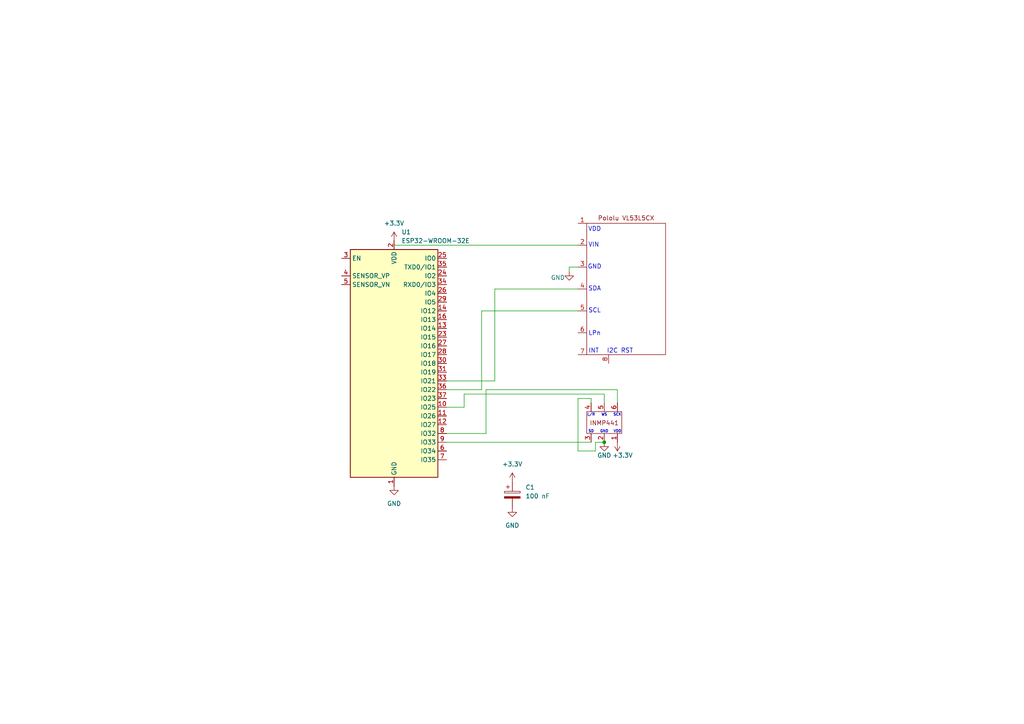
<source format=kicad_sch>
(kicad_sch
	(version 20250114)
	(generator "eeschema")
	(generator_version "9.0")
	(uuid "6ff4e673-4b85-43f3-b60a-7631d8c10cb0")
	(paper "A4")
	(lib_symbols
		(symbol "Device:C_Polarized"
			(pin_numbers
				(hide yes)
			)
			(pin_names
				(offset 0.254)
			)
			(exclude_from_sim no)
			(in_bom yes)
			(on_board yes)
			(property "Reference" "C"
				(at 0.635 2.54 0)
				(effects
					(font
						(size 1.27 1.27)
					)
					(justify left)
				)
			)
			(property "Value" "C_Polarized"
				(at 0.635 -2.54 0)
				(effects
					(font
						(size 1.27 1.27)
					)
					(justify left)
				)
			)
			(property "Footprint" ""
				(at 0.9652 -3.81 0)
				(effects
					(font
						(size 1.27 1.27)
					)
					(hide yes)
				)
			)
			(property "Datasheet" "~"
				(at 0 0 0)
				(effects
					(font
						(size 1.27 1.27)
					)
					(hide yes)
				)
			)
			(property "Description" "Polarized capacitor"
				(at 0 0 0)
				(effects
					(font
						(size 1.27 1.27)
					)
					(hide yes)
				)
			)
			(property "ki_keywords" "cap capacitor"
				(at 0 0 0)
				(effects
					(font
						(size 1.27 1.27)
					)
					(hide yes)
				)
			)
			(property "ki_fp_filters" "CP_*"
				(at 0 0 0)
				(effects
					(font
						(size 1.27 1.27)
					)
					(hide yes)
				)
			)
			(symbol "C_Polarized_0_1"
				(rectangle
					(start -2.286 0.508)
					(end 2.286 1.016)
					(stroke
						(width 0)
						(type default)
					)
					(fill
						(type none)
					)
				)
				(polyline
					(pts
						(xy -1.778 2.286) (xy -0.762 2.286)
					)
					(stroke
						(width 0)
						(type default)
					)
					(fill
						(type none)
					)
				)
				(polyline
					(pts
						(xy -1.27 2.794) (xy -1.27 1.778)
					)
					(stroke
						(width 0)
						(type default)
					)
					(fill
						(type none)
					)
				)
				(rectangle
					(start 2.286 -0.508)
					(end -2.286 -1.016)
					(stroke
						(width 0)
						(type default)
					)
					(fill
						(type outline)
					)
				)
			)
			(symbol "C_Polarized_1_1"
				(pin passive line
					(at 0 3.81 270)
					(length 2.794)
					(name "~"
						(effects
							(font
								(size 1.27 1.27)
							)
						)
					)
					(number "1"
						(effects
							(font
								(size 1.27 1.27)
							)
						)
					)
				)
				(pin passive line
					(at 0 -3.81 90)
					(length 2.794)
					(name "~"
						(effects
							(font
								(size 1.27 1.27)
							)
						)
					)
					(number "2"
						(effects
							(font
								(size 1.27 1.27)
							)
						)
					)
				)
			)
			(embedded_fonts no)
		)
		(symbol "New_Library:INMP441"
			(pin_names
				(offset 0.0254)
			)
			(exclude_from_sim no)
			(in_bom yes)
			(on_board yes)
			(property "Reference" "MK"
				(at -3.81 1.27 0)
				(effects
					(font
						(size 1.27 1.27)
					)
					(justify right)
					(hide yes)
				)
			)
			(property "Value" "INMP441"
				(at -3.81 -0.635 0)
				(effects
					(font
						(size 1.27 1.27)
					)
					(justify right)
					(hide yes)
				)
			)
			(property "Footprint" ""
				(at 0 2.54 90)
				(effects
					(font
						(size 1.27 1.27)
					)
					(hide yes)
				)
			)
			(property "Datasheet" "~"
				(at 0 2.54 90)
				(effects
					(font
						(size 1.27 1.27)
					)
					(hide yes)
				)
			)
			(property "Description" "Microphone"
				(at 0 0 0)
				(effects
					(font
						(size 1.27 1.27)
					)
					(hide yes)
				)
			)
			(property "ki_keywords" "microphone"
				(at 0 0 0)
				(effects
					(font
						(size 1.27 1.27)
					)
					(hide yes)
				)
			)
			(symbol "INMP441_0_1"
				(rectangle
					(start 10.16 -3.81)
					(end 20.32 -10.16)
					(stroke
						(width 0)
						(type default)
					)
					(fill
						(type none)
					)
				)
			)
			(symbol "INMP441_1_1"
				(text "INMP441"
					(at 15.24 -7.112 0)
					(effects
						(font
							(size 1.27 1.27)
						)
					)
				)
				(pin bidirectional line
					(at 11.43 -1.27 270)
					(length 2.54)
					(name "L/R"
						(effects
							(font
								(size 0 0)
							)
						)
					)
					(number "4"
						(effects
							(font
								(size 1.27 1.27)
							)
						)
					)
				)
				(pin output line
					(at 11.43 -12.7 90)
					(length 2.54)
					(name "SD"
						(effects
							(font
								(size 0 0)
							)
						)
					)
					(number "3"
						(effects
							(font
								(size 1.27 1.27)
							)
						)
					)
				)
				(pin bidirectional line
					(at 15.24 -1.27 270)
					(length 2.54)
					(name "WS"
						(effects
							(font
								(size 0 0)
							)
						)
					)
					(number "5"
						(effects
							(font
								(size 1.27 1.27)
							)
						)
					)
				)
				(pin unspecified line
					(at 15.24 -12.7 90)
					(length 2.54)
					(name "Gnd"
						(effects
							(font
								(size 0 0)
							)
						)
					)
					(number "2"
						(effects
							(font
								(size 1.27 1.27)
							)
						)
					)
				)
				(pin bidirectional line
					(at 19.05 -1.27 270)
					(length 2.54)
					(name "SCK"
						(effects
							(font
								(size 0 0)
							)
						)
					)
					(number "6"
						(effects
							(font
								(size 1.27 1.27)
							)
						)
					)
				)
				(pin power_in line
					(at 19.05 -12.7 90)
					(length 2.54)
					(name "Vin"
						(effects
							(font
								(size 0 0)
							)
						)
					)
					(number "1"
						(effects
							(font
								(size 1.27 1.27)
							)
						)
					)
				)
			)
			(embedded_fonts no)
		)
		(symbol "New_Library:VL53L5CX"
			(pin_names
				(offset 0.0254)
			)
			(exclude_from_sim no)
			(in_bom yes)
			(on_board yes)
			(property "Reference" "MK"
				(at -3.81 1.27 0)
				(effects
					(font
						(size 1.27 1.27)
					)
					(justify right)
					(hide yes)
				)
			)
			(property "Value" "Microphone"
				(at -3.81 -0.635 0)
				(effects
					(font
						(size 1.27 1.27)
					)
					(justify right)
					(hide yes)
				)
			)
			(property "Footprint" ""
				(at 0 2.54 90)
				(effects
					(font
						(size 1.27 1.27)
					)
					(hide yes)
				)
			)
			(property "Datasheet" "~"
				(at 0 2.54 90)
				(effects
					(font
						(size 1.27 1.27)
					)
					(hide yes)
				)
			)
			(property "Description" "Microphone"
				(at 0 0 0)
				(effects
					(font
						(size 1.27 1.27)
					)
					(hide yes)
				)
			)
			(property "ki_keywords" "LiDAR"
				(at 0 0 0)
				(effects
					(font
						(size 1.27 1.27)
					)
					(hide yes)
				)
			)
			(symbol "VL53L5CX_0_1"
				(rectangle
					(start 15.24 10.16)
					(end 38.1 -27.94)
					(stroke
						(width 0)
						(type default)
					)
					(fill
						(type none)
					)
				)
			)
			(symbol "VL53L5CX_1_1"
				(text "Pololu VL53L5CX"
					(at 26.67 11.684 0)
					(effects
						(font
							(size 1.27 1.27)
						)
					)
				)
				(pin power_out line
					(at 12.7 10.16 0)
					(length 2.54)
					(name "VDD"
						(effects
							(font
								(size 0 0)
							)
						)
					)
					(number "1"
						(effects
							(font
								(size 1.27 1.27)
							)
						)
					)
				)
				(pin power_in line
					(at 12.7 3.81 0)
					(length 2.54)
					(name "VIN"
						(effects
							(font
								(size 0 0)
							)
						)
					)
					(number "2"
						(effects
							(font
								(size 1.27 1.27)
							)
						)
					)
				)
				(pin unspecified line
					(at 12.7 -2.54 0)
					(length 2.54)
					(name "GND"
						(effects
							(font
								(size 0 0)
							)
						)
					)
					(number "3"
						(effects
							(font
								(size 1.27 1.27)
							)
						)
					)
				)
				(pin bidirectional line
					(at 12.7 -8.89 0)
					(length 2.54)
					(name "SDA"
						(effects
							(font
								(size 0 0)
							)
						)
					)
					(number "4"
						(effects
							(font
								(size 1.27 1.27)
							)
						)
					)
				)
				(pin bidirectional line
					(at 12.7 -15.24 0)
					(length 2.54)
					(name "SCL"
						(effects
							(font
								(size 0 0)
							)
						)
					)
					(number "5"
						(effects
							(font
								(size 1.27 1.27)
							)
						)
					)
				)
				(pin input line
					(at 12.7 -21.59 0)
					(length 2.54)
					(name "LPn"
						(effects
							(font
								(size 0 0)
							)
						)
					)
					(number "6"
						(effects
							(font
								(size 1.27 1.27)
							)
						)
					)
				)
				(pin input line
					(at 12.7 -27.94 0)
					(length 2.54)
					(name "INT"
						(effects
							(font
								(size 0 0)
							)
						)
					)
					(number "7"
						(effects
							(font
								(size 1.27 1.27)
							)
						)
					)
				)
				(pin input line
					(at 21.59 -30.48 90)
					(length 2.54)
					(name "I2C_RST"
						(effects
							(font
								(size 0 0)
							)
						)
					)
					(number "8"
						(effects
							(font
								(size 1.27 1.27)
							)
						)
					)
				)
			)
			(embedded_fonts no)
		)
		(symbol "RF_Module:ESP32-WROOM-32E"
			(exclude_from_sim no)
			(in_bom yes)
			(on_board yes)
			(property "Reference" "U"
				(at -12.7 34.29 0)
				(effects
					(font
						(size 1.27 1.27)
					)
					(justify left)
				)
			)
			(property "Value" "ESP32-WROOM-32E"
				(at 1.27 34.29 0)
				(effects
					(font
						(size 1.27 1.27)
					)
					(justify left)
				)
			)
			(property "Footprint" "RF_Module:ESP32-WROOM-32D"
				(at 16.51 -34.29 0)
				(effects
					(font
						(size 1.27 1.27)
					)
					(hide yes)
				)
			)
			(property "Datasheet" "https://www.espressif.com/sites/default/files/documentation/esp32-wroom-32e_esp32-wroom-32ue_datasheet_en.pdf"
				(at 0 0 0)
				(effects
					(font
						(size 1.27 1.27)
					)
					(hide yes)
				)
			)
			(property "Description" "RF Module, ESP32-D0WD-V3 SoC, without PSRAM, Wi-Fi 802.11b/g/n, Bluetooth, BLE, 32-bit, 2.7-3.6V, onboard antenna, SMD"
				(at 0 0 0)
				(effects
					(font
						(size 1.27 1.27)
					)
					(hide yes)
				)
			)
			(property "ki_keywords" "RF Radio BT ESP ESP32 Espressif onboard PCB antenna"
				(at 0 0 0)
				(effects
					(font
						(size 1.27 1.27)
					)
					(hide yes)
				)
			)
			(property "ki_fp_filters" "ESP32?WROOM?32D*"
				(at 0 0 0)
				(effects
					(font
						(size 1.27 1.27)
					)
					(hide yes)
				)
			)
			(symbol "ESP32-WROOM-32E_0_1"
				(rectangle
					(start -12.7 33.02)
					(end 12.7 -33.02)
					(stroke
						(width 0.254)
						(type default)
					)
					(fill
						(type background)
					)
				)
			)
			(symbol "ESP32-WROOM-32E_1_1"
				(pin input line
					(at -15.24 30.48 0)
					(length 2.54)
					(name "EN"
						(effects
							(font
								(size 1.27 1.27)
							)
						)
					)
					(number "3"
						(effects
							(font
								(size 1.27 1.27)
							)
						)
					)
				)
				(pin input line
					(at -15.24 25.4 0)
					(length 2.54)
					(name "SENSOR_VP"
						(effects
							(font
								(size 1.27 1.27)
							)
						)
					)
					(number "4"
						(effects
							(font
								(size 1.27 1.27)
							)
						)
					)
				)
				(pin input line
					(at -15.24 22.86 0)
					(length 2.54)
					(name "SENSOR_VN"
						(effects
							(font
								(size 1.27 1.27)
							)
						)
					)
					(number "5"
						(effects
							(font
								(size 1.27 1.27)
							)
						)
					)
				)
				(pin no_connect line
					(at -12.7 0 0)
					(length 2.54)
					(hide yes)
					(name "NC"
						(effects
							(font
								(size 1.27 1.27)
							)
						)
					)
					(number "21"
						(effects
							(font
								(size 1.27 1.27)
							)
						)
					)
				)
				(pin no_connect line
					(at -12.7 -2.54 0)
					(length 2.54)
					(hide yes)
					(name "NC"
						(effects
							(font
								(size 1.27 1.27)
							)
						)
					)
					(number "22"
						(effects
							(font
								(size 1.27 1.27)
							)
						)
					)
				)
				(pin no_connect line
					(at -12.7 -5.08 0)
					(length 2.54)
					(hide yes)
					(name "NC"
						(effects
							(font
								(size 1.27 1.27)
							)
						)
					)
					(number "17"
						(effects
							(font
								(size 1.27 1.27)
							)
						)
					)
				)
				(pin no_connect line
					(at -12.7 -7.62 0)
					(length 2.54)
					(hide yes)
					(name "NC"
						(effects
							(font
								(size 1.27 1.27)
							)
						)
					)
					(number "18"
						(effects
							(font
								(size 1.27 1.27)
							)
						)
					)
				)
				(pin no_connect line
					(at -12.7 -10.16 0)
					(length 2.54)
					(hide yes)
					(name "NC"
						(effects
							(font
								(size 1.27 1.27)
							)
						)
					)
					(number "20"
						(effects
							(font
								(size 1.27 1.27)
							)
						)
					)
				)
				(pin no_connect line
					(at -12.7 -12.7 0)
					(length 2.54)
					(hide yes)
					(name "NC"
						(effects
							(font
								(size 1.27 1.27)
							)
						)
					)
					(number "19"
						(effects
							(font
								(size 1.27 1.27)
							)
						)
					)
				)
				(pin no_connect line
					(at -12.7 -27.94 0)
					(length 2.54)
					(hide yes)
					(name "NC"
						(effects
							(font
								(size 1.27 1.27)
							)
						)
					)
					(number "32"
						(effects
							(font
								(size 1.27 1.27)
							)
						)
					)
				)
				(pin power_in line
					(at 0 35.56 270)
					(length 2.54)
					(name "VDD"
						(effects
							(font
								(size 1.27 1.27)
							)
						)
					)
					(number "2"
						(effects
							(font
								(size 1.27 1.27)
							)
						)
					)
				)
				(pin power_in line
					(at 0 -35.56 90)
					(length 2.54)
					(name "GND"
						(effects
							(font
								(size 1.27 1.27)
							)
						)
					)
					(number "1"
						(effects
							(font
								(size 1.27 1.27)
							)
						)
					)
				)
				(pin passive line
					(at 0 -35.56 90)
					(length 2.54)
					(hide yes)
					(name "GND"
						(effects
							(font
								(size 1.27 1.27)
							)
						)
					)
					(number "15"
						(effects
							(font
								(size 1.27 1.27)
							)
						)
					)
				)
				(pin passive line
					(at 0 -35.56 90)
					(length 2.54)
					(hide yes)
					(name "GND"
						(effects
							(font
								(size 1.27 1.27)
							)
						)
					)
					(number "38"
						(effects
							(font
								(size 1.27 1.27)
							)
						)
					)
				)
				(pin passive line
					(at 0 -35.56 90)
					(length 2.54)
					(hide yes)
					(name "GND"
						(effects
							(font
								(size 1.27 1.27)
							)
						)
					)
					(number "39"
						(effects
							(font
								(size 1.27 1.27)
							)
						)
					)
				)
				(pin bidirectional line
					(at 15.24 30.48 180)
					(length 2.54)
					(name "IO0"
						(effects
							(font
								(size 1.27 1.27)
							)
						)
					)
					(number "25"
						(effects
							(font
								(size 1.27 1.27)
							)
						)
					)
				)
				(pin bidirectional line
					(at 15.24 27.94 180)
					(length 2.54)
					(name "TXD0/IO1"
						(effects
							(font
								(size 1.27 1.27)
							)
						)
					)
					(number "35"
						(effects
							(font
								(size 1.27 1.27)
							)
						)
					)
				)
				(pin bidirectional line
					(at 15.24 25.4 180)
					(length 2.54)
					(name "IO2"
						(effects
							(font
								(size 1.27 1.27)
							)
						)
					)
					(number "24"
						(effects
							(font
								(size 1.27 1.27)
							)
						)
					)
				)
				(pin bidirectional line
					(at 15.24 22.86 180)
					(length 2.54)
					(name "RXD0/IO3"
						(effects
							(font
								(size 1.27 1.27)
							)
						)
					)
					(number "34"
						(effects
							(font
								(size 1.27 1.27)
							)
						)
					)
				)
				(pin bidirectional line
					(at 15.24 20.32 180)
					(length 2.54)
					(name "IO4"
						(effects
							(font
								(size 1.27 1.27)
							)
						)
					)
					(number "26"
						(effects
							(font
								(size 1.27 1.27)
							)
						)
					)
				)
				(pin bidirectional line
					(at 15.24 17.78 180)
					(length 2.54)
					(name "IO5"
						(effects
							(font
								(size 1.27 1.27)
							)
						)
					)
					(number "29"
						(effects
							(font
								(size 1.27 1.27)
							)
						)
					)
				)
				(pin bidirectional line
					(at 15.24 15.24 180)
					(length 2.54)
					(name "IO12"
						(effects
							(font
								(size 1.27 1.27)
							)
						)
					)
					(number "14"
						(effects
							(font
								(size 1.27 1.27)
							)
						)
					)
				)
				(pin bidirectional line
					(at 15.24 12.7 180)
					(length 2.54)
					(name "IO13"
						(effects
							(font
								(size 1.27 1.27)
							)
						)
					)
					(number "16"
						(effects
							(font
								(size 1.27 1.27)
							)
						)
					)
				)
				(pin bidirectional line
					(at 15.24 10.16 180)
					(length 2.54)
					(name "IO14"
						(effects
							(font
								(size 1.27 1.27)
							)
						)
					)
					(number "13"
						(effects
							(font
								(size 1.27 1.27)
							)
						)
					)
				)
				(pin bidirectional line
					(at 15.24 7.62 180)
					(length 2.54)
					(name "IO15"
						(effects
							(font
								(size 1.27 1.27)
							)
						)
					)
					(number "23"
						(effects
							(font
								(size 1.27 1.27)
							)
						)
					)
				)
				(pin bidirectional line
					(at 15.24 5.08 180)
					(length 2.54)
					(name "IO16"
						(effects
							(font
								(size 1.27 1.27)
							)
						)
					)
					(number "27"
						(effects
							(font
								(size 1.27 1.27)
							)
						)
					)
				)
				(pin bidirectional line
					(at 15.24 2.54 180)
					(length 2.54)
					(name "IO17"
						(effects
							(font
								(size 1.27 1.27)
							)
						)
					)
					(number "28"
						(effects
							(font
								(size 1.27 1.27)
							)
						)
					)
				)
				(pin bidirectional line
					(at 15.24 0 180)
					(length 2.54)
					(name "IO18"
						(effects
							(font
								(size 1.27 1.27)
							)
						)
					)
					(number "30"
						(effects
							(font
								(size 1.27 1.27)
							)
						)
					)
				)
				(pin bidirectional line
					(at 15.24 -2.54 180)
					(length 2.54)
					(name "IO19"
						(effects
							(font
								(size 1.27 1.27)
							)
						)
					)
					(number "31"
						(effects
							(font
								(size 1.27 1.27)
							)
						)
					)
				)
				(pin bidirectional line
					(at 15.24 -5.08 180)
					(length 2.54)
					(name "IO21"
						(effects
							(font
								(size 1.27 1.27)
							)
						)
					)
					(number "33"
						(effects
							(font
								(size 1.27 1.27)
							)
						)
					)
				)
				(pin bidirectional line
					(at 15.24 -7.62 180)
					(length 2.54)
					(name "IO22"
						(effects
							(font
								(size 1.27 1.27)
							)
						)
					)
					(number "36"
						(effects
							(font
								(size 1.27 1.27)
							)
						)
					)
				)
				(pin bidirectional line
					(at 15.24 -10.16 180)
					(length 2.54)
					(name "IO23"
						(effects
							(font
								(size 1.27 1.27)
							)
						)
					)
					(number "37"
						(effects
							(font
								(size 1.27 1.27)
							)
						)
					)
				)
				(pin bidirectional line
					(at 15.24 -12.7 180)
					(length 2.54)
					(name "IO25"
						(effects
							(font
								(size 1.27 1.27)
							)
						)
					)
					(number "10"
						(effects
							(font
								(size 1.27 1.27)
							)
						)
					)
				)
				(pin bidirectional line
					(at 15.24 -15.24 180)
					(length 2.54)
					(name "IO26"
						(effects
							(font
								(size 1.27 1.27)
							)
						)
					)
					(number "11"
						(effects
							(font
								(size 1.27 1.27)
							)
						)
					)
				)
				(pin bidirectional line
					(at 15.24 -17.78 180)
					(length 2.54)
					(name "IO27"
						(effects
							(font
								(size 1.27 1.27)
							)
						)
					)
					(number "12"
						(effects
							(font
								(size 1.27 1.27)
							)
						)
					)
				)
				(pin bidirectional line
					(at 15.24 -20.32 180)
					(length 2.54)
					(name "IO32"
						(effects
							(font
								(size 1.27 1.27)
							)
						)
					)
					(number "8"
						(effects
							(font
								(size 1.27 1.27)
							)
						)
					)
				)
				(pin bidirectional line
					(at 15.24 -22.86 180)
					(length 2.54)
					(name "IO33"
						(effects
							(font
								(size 1.27 1.27)
							)
						)
					)
					(number "9"
						(effects
							(font
								(size 1.27 1.27)
							)
						)
					)
				)
				(pin input line
					(at 15.24 -25.4 180)
					(length 2.54)
					(name "IO34"
						(effects
							(font
								(size 1.27 1.27)
							)
						)
					)
					(number "6"
						(effects
							(font
								(size 1.27 1.27)
							)
						)
					)
				)
				(pin input line
					(at 15.24 -27.94 180)
					(length 2.54)
					(name "IO35"
						(effects
							(font
								(size 1.27 1.27)
							)
						)
					)
					(number "7"
						(effects
							(font
								(size 1.27 1.27)
							)
						)
					)
				)
			)
			(embedded_fonts no)
		)
		(symbol "power:+3.3V"
			(power)
			(pin_numbers
				(hide yes)
			)
			(pin_names
				(offset 0)
				(hide yes)
			)
			(exclude_from_sim no)
			(in_bom yes)
			(on_board yes)
			(property "Reference" "#PWR"
				(at 0 -3.81 0)
				(effects
					(font
						(size 1.27 1.27)
					)
					(hide yes)
				)
			)
			(property "Value" "+3.3V"
				(at 0 3.556 0)
				(effects
					(font
						(size 1.27 1.27)
					)
				)
			)
			(property "Footprint" ""
				(at 0 0 0)
				(effects
					(font
						(size 1.27 1.27)
					)
					(hide yes)
				)
			)
			(property "Datasheet" ""
				(at 0 0 0)
				(effects
					(font
						(size 1.27 1.27)
					)
					(hide yes)
				)
			)
			(property "Description" "Power symbol creates a global label with name \"+3.3V\""
				(at 0 0 0)
				(effects
					(font
						(size 1.27 1.27)
					)
					(hide yes)
				)
			)
			(property "ki_keywords" "global power"
				(at 0 0 0)
				(effects
					(font
						(size 1.27 1.27)
					)
					(hide yes)
				)
			)
			(symbol "+3.3V_0_1"
				(polyline
					(pts
						(xy -0.762 1.27) (xy 0 2.54)
					)
					(stroke
						(width 0)
						(type default)
					)
					(fill
						(type none)
					)
				)
				(polyline
					(pts
						(xy 0 2.54) (xy 0.762 1.27)
					)
					(stroke
						(width 0)
						(type default)
					)
					(fill
						(type none)
					)
				)
				(polyline
					(pts
						(xy 0 0) (xy 0 2.54)
					)
					(stroke
						(width 0)
						(type default)
					)
					(fill
						(type none)
					)
				)
			)
			(symbol "+3.3V_1_1"
				(pin power_in line
					(at 0 0 90)
					(length 0)
					(name "~"
						(effects
							(font
								(size 1.27 1.27)
							)
						)
					)
					(number "1"
						(effects
							(font
								(size 1.27 1.27)
							)
						)
					)
				)
			)
			(embedded_fonts no)
		)
		(symbol "power:GND"
			(power)
			(pin_numbers
				(hide yes)
			)
			(pin_names
				(offset 0)
				(hide yes)
			)
			(exclude_from_sim no)
			(in_bom yes)
			(on_board yes)
			(property "Reference" "#PWR"
				(at 0 -6.35 0)
				(effects
					(font
						(size 1.27 1.27)
					)
					(hide yes)
				)
			)
			(property "Value" "GND"
				(at 0 -3.81 0)
				(effects
					(font
						(size 1.27 1.27)
					)
				)
			)
			(property "Footprint" ""
				(at 0 0 0)
				(effects
					(font
						(size 1.27 1.27)
					)
					(hide yes)
				)
			)
			(property "Datasheet" ""
				(at 0 0 0)
				(effects
					(font
						(size 1.27 1.27)
					)
					(hide yes)
				)
			)
			(property "Description" "Power symbol creates a global label with name \"GND\" , ground"
				(at 0 0 0)
				(effects
					(font
						(size 1.27 1.27)
					)
					(hide yes)
				)
			)
			(property "ki_keywords" "global power"
				(at 0 0 0)
				(effects
					(font
						(size 1.27 1.27)
					)
					(hide yes)
				)
			)
			(symbol "GND_0_1"
				(polyline
					(pts
						(xy 0 0) (xy 0 -1.27) (xy 1.27 -1.27) (xy 0 -2.54) (xy -1.27 -1.27) (xy 0 -1.27)
					)
					(stroke
						(width 0)
						(type default)
					)
					(fill
						(type none)
					)
				)
			)
			(symbol "GND_1_1"
				(pin power_in line
					(at 0 0 270)
					(length 0)
					(name "~"
						(effects
							(font
								(size 1.27 1.27)
							)
						)
					)
					(number "1"
						(effects
							(font
								(size 1.27 1.27)
							)
						)
					)
				)
			)
			(embedded_fonts no)
		)
	)
	(text "WS"
		(exclude_from_sim no)
		(at 175.26 120.396 0)
		(effects
			(font
				(size 0.762 0.762)
			)
		)
		(uuid "1f79304e-dc23-4ad8-8537-f28581325aa7")
	)
	(text "VDD"
		(exclude_from_sim no)
		(at 179.07 125.222 0)
		(effects
			(font
				(size 0.762 0.762)
			)
		)
		(uuid "25a5706d-648d-4b80-ae21-73370fc52132")
	)
	(text "SCK"
		(exclude_from_sim no)
		(at 179.07 120.396 0)
		(effects
			(font
				(size 0.762 0.762)
			)
		)
		(uuid "2eba6a60-61f9-4187-b4be-6ef0e5f6d10d")
	)
	(text "SD"
		(exclude_from_sim no)
		(at 171.45 125.222 0)
		(effects
			(font
				(size 0.762 0.762)
			)
		)
		(uuid "35f97787-7e89-4e9f-85d6-edda0b51e912")
	)
	(text "GND\n"
		(exclude_from_sim no)
		(at 172.466 77.47 0)
		(effects
			(font
				(size 1.27 1.27)
			)
		)
		(uuid "5168fb47-b370-41a7-ab88-3d33d411206e")
	)
	(text "SDA"
		(exclude_from_sim no)
		(at 172.466 83.82 0)
		(effects
			(font
				(size 1.27 1.27)
			)
		)
		(uuid "6f29ca69-ad15-455f-96b1-46772f0f90e3")
	)
	(text "I2C RST"
		(exclude_from_sim no)
		(at 179.832 101.854 0)
		(effects
			(font
				(size 1.27 1.27)
			)
		)
		(uuid "741905eb-c5d1-4601-9b5e-da7169e67521")
	)
	(text "LPn"
		(exclude_from_sim no)
		(at 172.466 96.774 0)
		(effects
			(font
				(size 1.27 1.27)
			)
		)
		(uuid "7b8d5a66-0206-4402-b830-c094e00f6e28")
	)
	(text "INT"
		(exclude_from_sim no)
		(at 172.212 101.854 0)
		(effects
			(font
				(size 1.27 1.27)
			)
		)
		(uuid "9cdb8f6b-fc84-406a-a32a-73424afcd643")
	)
	(text "GND"
		(exclude_from_sim no)
		(at 175.26 125.222 0)
		(effects
			(font
				(size 0.762 0.762)
			)
		)
		(uuid "bda4e649-6a77-4032-8a3d-80ffb9110fda")
	)
	(text "L/R"
		(exclude_from_sim no)
		(at 171.45 120.396 0)
		(effects
			(font
				(size 0.762 0.762)
			)
		)
		(uuid "c6ffcfb1-b414-4005-8161-1d75ace01316")
	)
	(text "SCL"
		(exclude_from_sim no)
		(at 172.466 90.17 0)
		(effects
			(font
				(size 1.27 1.27)
			)
		)
		(uuid "cd8c00b9-7406-47e7-bf49-a006d0d1ad05")
	)
	(text "VIN"
		(exclude_from_sim no)
		(at 172.212 71.12 0)
		(effects
			(font
				(size 1.27 1.27)
			)
		)
		(uuid "e860fb16-1adb-407f-948e-3f7784120724")
	)
	(text "VDD"
		(exclude_from_sim no)
		(at 172.466 66.548 0)
		(effects
			(font
				(size 1.27 1.27)
			)
		)
		(uuid "e98e9847-c81e-4a4a-8b0b-500910e66e19")
	)
	(junction
		(at 175.26 128.27)
		(diameter 0)
		(color 0 0 0 0)
		(uuid "ec86251c-2f7a-4764-aa35-de91330c0ded")
	)
	(wire
		(pts
			(xy 175.26 114.3) (xy 134.62 114.3)
		)
		(stroke
			(width 0)
			(type default)
		)
		(uuid "00e90771-ee7c-4b11-b13c-52585f0f0fd9")
	)
	(wire
		(pts
			(xy 179.07 116.84) (xy 179.07 113.03)
		)
		(stroke
			(width 0)
			(type default)
		)
		(uuid "08f8c27d-3cd2-4147-9543-c5282cb31d79")
	)
	(wire
		(pts
			(xy 134.62 114.3) (xy 134.62 118.11)
		)
		(stroke
			(width 0)
			(type default)
		)
		(uuid "0b719992-8c42-458d-9ca3-f2595ae723cd")
	)
	(wire
		(pts
			(xy 175.26 116.84) (xy 175.26 114.3)
		)
		(stroke
			(width 0)
			(type default)
		)
		(uuid "2055b0fa-2139-486e-be5c-1d16515f8b87")
	)
	(wire
		(pts
			(xy 172.72 128.27) (xy 172.72 130.81)
		)
		(stroke
			(width 0)
			(type default)
		)
		(uuid "2c7932be-3375-474a-8d85-cd40268e2cc3")
	)
	(wire
		(pts
			(xy 165.1 77.47) (xy 165.1 78.74)
		)
		(stroke
			(width 0)
			(type default)
		)
		(uuid "4ec81995-990b-48b3-85f7-412be88efc00")
	)
	(wire
		(pts
			(xy 143.51 110.49) (xy 143.51 83.82)
		)
		(stroke
			(width 0)
			(type default)
		)
		(uuid "561d4027-56d8-4c0c-a692-4f59c326f278")
	)
	(wire
		(pts
			(xy 175.26 128.27) (xy 172.72 128.27)
		)
		(stroke
			(width 0)
			(type default)
		)
		(uuid "6fc3a9d9-8bd2-4ce7-8552-a22fffe3a692")
	)
	(wire
		(pts
			(xy 167.64 115.57) (xy 171.45 115.57)
		)
		(stroke
			(width 0)
			(type default)
		)
		(uuid "70a6d385-912f-4509-860f-95b19db3e846")
	)
	(wire
		(pts
			(xy 129.54 128.27) (xy 171.45 128.27)
		)
		(stroke
			(width 0)
			(type default)
		)
		(uuid "75a69960-a7ce-4f7a-8fc4-67be73ac2853")
	)
	(wire
		(pts
			(xy 171.45 115.57) (xy 171.45 116.84)
		)
		(stroke
			(width 0)
			(type default)
		)
		(uuid "855f9814-bb91-4e2d-904a-8d49a4411628")
	)
	(wire
		(pts
			(xy 139.7 90.17) (xy 167.64 90.17)
		)
		(stroke
			(width 0)
			(type default)
		)
		(uuid "8e0ec512-4729-4b51-ac92-c3763bf8f4db")
	)
	(wire
		(pts
			(xy 129.54 113.03) (xy 139.7 113.03)
		)
		(stroke
			(width 0)
			(type default)
		)
		(uuid "8f0a3d69-2d7c-41fd-be85-3ca9e6984225")
	)
	(wire
		(pts
			(xy 129.54 118.11) (xy 134.62 118.11)
		)
		(stroke
			(width 0)
			(type default)
		)
		(uuid "8fcc3b8b-e39a-4702-b612-8b6fe64a6f5d")
	)
	(wire
		(pts
			(xy 129.54 110.49) (xy 143.51 110.49)
		)
		(stroke
			(width 0)
			(type default)
		)
		(uuid "98d4ddca-2bdd-45c0-ba00-456c33e3bec8")
	)
	(wire
		(pts
			(xy 140.97 113.03) (xy 140.97 125.73)
		)
		(stroke
			(width 0)
			(type default)
		)
		(uuid "ad335d9a-5b2b-44f7-a91e-b2b6ed553c29")
	)
	(wire
		(pts
			(xy 179.07 113.03) (xy 140.97 113.03)
		)
		(stroke
			(width 0)
			(type default)
		)
		(uuid "af8f7fd5-fd6d-4c6e-b98e-eee3a0a6faff")
	)
	(wire
		(pts
			(xy 172.72 130.81) (xy 167.64 130.81)
		)
		(stroke
			(width 0)
			(type default)
		)
		(uuid "c038f3a9-eceb-4778-b129-632f2567e446")
	)
	(wire
		(pts
			(xy 167.64 130.81) (xy 167.64 115.57)
		)
		(stroke
			(width 0)
			(type default)
		)
		(uuid "c76611cd-fc7f-4154-86ec-7687598772a4")
	)
	(wire
		(pts
			(xy 139.7 113.03) (xy 139.7 90.17)
		)
		(stroke
			(width 0)
			(type default)
		)
		(uuid "d0b782cc-0e59-4e0c-b5be-3591c004d982")
	)
	(wire
		(pts
			(xy 114.3 71.12) (xy 167.64 71.12)
		)
		(stroke
			(width 0)
			(type default)
		)
		(uuid "dad4aac7-2424-46f3-a7d0-0de03ed77c3a")
	)
	(wire
		(pts
			(xy 143.51 83.82) (xy 167.64 83.82)
		)
		(stroke
			(width 0)
			(type default)
		)
		(uuid "e64e6c68-c3d2-4dfc-a059-21812f9e9cb7")
	)
	(wire
		(pts
			(xy 167.64 77.47) (xy 165.1 77.47)
		)
		(stroke
			(width 0)
			(type default)
		)
		(uuid "eab8ac6c-d6bf-4aaf-a95f-45355b89b00a")
	)
	(wire
		(pts
			(xy 140.97 125.73) (xy 129.54 125.73)
		)
		(stroke
			(width 0)
			(type default)
		)
		(uuid "f428fa6b-c059-4ce5-8435-c9d6b7a9820c")
	)
	(symbol
		(lib_id "power:GND")
		(at 148.59 147.32 0)
		(unit 1)
		(exclude_from_sim no)
		(in_bom yes)
		(on_board yes)
		(dnp no)
		(fields_autoplaced yes)
		(uuid "02e09a87-81cb-4b79-847f-2883776dede7")
		(property "Reference" "#PWR04"
			(at 148.59 153.67 0)
			(effects
				(font
					(size 1.27 1.27)
				)
				(hide yes)
			)
		)
		(property "Value" "GND"
			(at 148.59 152.4 0)
			(effects
				(font
					(size 1.27 1.27)
				)
			)
		)
		(property "Footprint" ""
			(at 148.59 147.32 0)
			(effects
				(font
					(size 1.27 1.27)
				)
				(hide yes)
			)
		)
		(property "Datasheet" ""
			(at 148.59 147.32 0)
			(effects
				(font
					(size 1.27 1.27)
				)
				(hide yes)
			)
		)
		(property "Description" "Power symbol creates a global label with name \"GND\" , ground"
			(at 148.59 147.32 0)
			(effects
				(font
					(size 1.27 1.27)
				)
				(hide yes)
			)
		)
		(pin "1"
			(uuid "193eb3a8-e726-4976-8c19-d30ae7b9bba7")
		)
		(instances
			(project ""
				(path "/6ff4e673-4b85-43f3-b60a-7631d8c10cb0"
					(reference "#PWR04")
					(unit 1)
				)
			)
		)
	)
	(symbol
		(lib_id "New_Library:VL53L5CX")
		(at 154.94 74.93 0)
		(unit 1)
		(exclude_from_sim no)
		(in_bom yes)
		(on_board yes)
		(dnp no)
		(fields_autoplaced yes)
		(uuid "06227783-05f6-428c-a2b6-b2978e541e73")
		(property "Reference" "MK2"
			(at 151.13 73.66 0)
			(effects
				(font
					(size 1.27 1.27)
				)
				(justify right)
				(hide yes)
			)
		)
		(property "Value" "LiDAR"
			(at 151.13 75.565 0)
			(effects
				(font
					(size 1.27 1.27)
				)
				(justify right)
				(hide yes)
			)
		)
		(property "Footprint" ""
			(at 154.94 72.39 90)
			(effects
				(font
					(size 1.27 1.27)
				)
				(hide yes)
			)
		)
		(property "Datasheet" "~"
			(at 154.94 72.39 90)
			(effects
				(font
					(size 1.27 1.27)
				)
				(hide yes)
			)
		)
		(property "Description" "Microphone"
			(at 154.94 74.93 0)
			(effects
				(font
					(size 1.27 1.27)
				)
				(hide yes)
			)
		)
		(pin "3"
			(uuid "53ce26b7-4f43-4b9b-a88d-cf46acbbcdee")
		)
		(pin "5"
			(uuid "3d1b01ea-de74-498f-ad84-1465d43967a1")
		)
		(pin "1"
			(uuid "56390e22-6e69-4709-87db-197a6f455c93")
		)
		(pin "2"
			(uuid "50b8c240-03d1-4833-a6e4-7a14a89fbb19")
		)
		(pin "4"
			(uuid "0c7bee49-77f4-4eea-bed2-38bad8823eda")
		)
		(pin "6"
			(uuid "24ae4b0a-fac2-497b-b177-d069da4ca925")
		)
		(pin "7"
			(uuid "9c850d80-e75d-48a5-a2a7-74201b661ec8")
		)
		(pin "8"
			(uuid "7cefd802-fa86-4e0b-a49f-c1ec2090d357")
		)
		(instances
			(project ""
				(path "/6ff4e673-4b85-43f3-b60a-7631d8c10cb0"
					(reference "MK2")
					(unit 1)
				)
			)
		)
	)
	(symbol
		(lib_id "power:+3.3V")
		(at 179.07 128.27 0)
		(mirror x)
		(unit 1)
		(exclude_from_sim no)
		(in_bom yes)
		(on_board yes)
		(dnp no)
		(uuid "4cf56dfb-c8b8-4122-803b-a18eab9ed582")
		(property "Reference" "#PWR06"
			(at 179.07 124.46 0)
			(effects
				(font
					(size 1.27 1.27)
				)
				(hide yes)
			)
		)
		(property "Value" "+3.3V"
			(at 180.594 132.08 0)
			(effects
				(font
					(size 1.27 1.27)
				)
			)
		)
		(property "Footprint" ""
			(at 179.07 128.27 0)
			(effects
				(font
					(size 1.27 1.27)
				)
				(hide yes)
			)
		)
		(property "Datasheet" ""
			(at 179.07 128.27 0)
			(effects
				(font
					(size 1.27 1.27)
				)
				(hide yes)
			)
		)
		(property "Description" "Power symbol creates a global label with name \"+3.3V\""
			(at 179.07 128.27 0)
			(effects
				(font
					(size 1.27 1.27)
				)
				(hide yes)
			)
		)
		(pin "1"
			(uuid "892c1b08-0799-46d3-8942-18d397e3a2ee")
		)
		(instances
			(project ""
				(path "/6ff4e673-4b85-43f3-b60a-7631d8c10cb0"
					(reference "#PWR06")
					(unit 1)
				)
			)
		)
	)
	(symbol
		(lib_id "power:GND")
		(at 114.3 140.97 0)
		(unit 1)
		(exclude_from_sim no)
		(in_bom yes)
		(on_board yes)
		(dnp no)
		(fields_autoplaced yes)
		(uuid "5fe5350b-09fb-494b-b5d4-4d7476c8dc91")
		(property "Reference" "#PWR03"
			(at 114.3 147.32 0)
			(effects
				(font
					(size 1.27 1.27)
				)
				(hide yes)
			)
		)
		(property "Value" "GND"
			(at 114.3 146.05 0)
			(effects
				(font
					(size 1.27 1.27)
				)
			)
		)
		(property "Footprint" ""
			(at 114.3 140.97 0)
			(effects
				(font
					(size 1.27 1.27)
				)
				(hide yes)
			)
		)
		(property "Datasheet" ""
			(at 114.3 140.97 0)
			(effects
				(font
					(size 1.27 1.27)
				)
				(hide yes)
			)
		)
		(property "Description" "Power symbol creates a global label with name \"GND\" , ground"
			(at 114.3 140.97 0)
			(effects
				(font
					(size 1.27 1.27)
				)
				(hide yes)
			)
		)
		(pin "1"
			(uuid "03f9f35c-67ce-4b8e-be68-bef521e1a0c5")
		)
		(instances
			(project ""
				(path "/6ff4e673-4b85-43f3-b60a-7631d8c10cb0"
					(reference "#PWR03")
					(unit 1)
				)
			)
		)
	)
	(symbol
		(lib_id "power:GND")
		(at 165.1 78.74 0)
		(unit 1)
		(exclude_from_sim no)
		(in_bom yes)
		(on_board yes)
		(dnp no)
		(uuid "6f526c7f-395c-46f1-9a62-83cbf17caa20")
		(property "Reference" "#PWR02"
			(at 165.1 85.09 0)
			(effects
				(font
					(size 1.27 1.27)
				)
				(hide yes)
			)
		)
		(property "Value" "GND"
			(at 161.798 80.518 0)
			(effects
				(font
					(size 1.27 1.27)
				)
			)
		)
		(property "Footprint" ""
			(at 165.1 78.74 0)
			(effects
				(font
					(size 1.27 1.27)
				)
				(hide yes)
			)
		)
		(property "Datasheet" ""
			(at 165.1 78.74 0)
			(effects
				(font
					(size 1.27 1.27)
				)
				(hide yes)
			)
		)
		(property "Description" "Power symbol creates a global label with name \"GND\" , ground"
			(at 165.1 78.74 0)
			(effects
				(font
					(size 1.27 1.27)
				)
				(hide yes)
			)
		)
		(pin "1"
			(uuid "2395e72f-cff7-46dc-8155-cac4b81d6e8b")
		)
		(instances
			(project ""
				(path "/6ff4e673-4b85-43f3-b60a-7631d8c10cb0"
					(reference "#PWR02")
					(unit 1)
				)
			)
		)
	)
	(symbol
		(lib_id "Device:C_Polarized")
		(at 148.59 143.51 0)
		(unit 1)
		(exclude_from_sim no)
		(in_bom yes)
		(on_board yes)
		(dnp no)
		(fields_autoplaced yes)
		(uuid "6fc1b73f-3af2-41b9-ab72-b8334eac2ade")
		(property "Reference" "C1"
			(at 152.4 141.3509 0)
			(effects
				(font
					(size 1.27 1.27)
				)
				(justify left)
			)
		)
		(property "Value" "100 nF"
			(at 152.4 143.8909 0)
			(effects
				(font
					(size 1.27 1.27)
				)
				(justify left)
			)
		)
		(property "Footprint" ""
			(at 149.5552 147.32 0)
			(effects
				(font
					(size 1.27 1.27)
				)
				(hide yes)
			)
		)
		(property "Datasheet" "~"
			(at 148.59 143.51 0)
			(effects
				(font
					(size 1.27 1.27)
				)
				(hide yes)
			)
		)
		(property "Description" "Polarized capacitor"
			(at 148.59 143.51 0)
			(effects
				(font
					(size 1.27 1.27)
				)
				(hide yes)
			)
		)
		(pin "1"
			(uuid "65ddb0ac-2b22-4c56-a21c-cf5634a28f4c")
		)
		(pin "2"
			(uuid "ac00eff6-72e7-4937-b2de-6e517e83d075")
		)
		(instances
			(project ""
				(path "/6ff4e673-4b85-43f3-b60a-7631d8c10cb0"
					(reference "C1")
					(unit 1)
				)
			)
		)
	)
	(symbol
		(lib_id "RF_Module:ESP32-WROOM-32E")
		(at 114.3 105.41 0)
		(unit 1)
		(exclude_from_sim no)
		(in_bom yes)
		(on_board yes)
		(dnp no)
		(fields_autoplaced yes)
		(uuid "92b4248a-b6a0-426a-91bb-ed6e47f08719")
		(property "Reference" "U1"
			(at 116.4433 67.31 0)
			(effects
				(font
					(size 1.27 1.27)
				)
				(justify left)
			)
		)
		(property "Value" "ESP32-WROOM-32E"
			(at 116.4433 69.85 0)
			(effects
				(font
					(size 1.27 1.27)
				)
				(justify left)
			)
		)
		(property "Footprint" "RF_Module:ESP32-WROOM-32D"
			(at 130.81 139.7 0)
			(effects
				(font
					(size 1.27 1.27)
				)
				(hide yes)
			)
		)
		(property "Datasheet" "https://www.espressif.com/sites/default/files/documentation/esp32-wroom-32e_esp32-wroom-32ue_datasheet_en.pdf"
			(at 114.3 105.41 0)
			(effects
				(font
					(size 1.27 1.27)
				)
				(hide yes)
			)
		)
		(property "Description" "RF Module, ESP32-D0WD-V3 SoC, without PSRAM, Wi-Fi 802.11b/g/n, Bluetooth, BLE, 32-bit, 2.7-3.6V, onboard antenna, SMD"
			(at 114.3 105.41 0)
			(effects
				(font
					(size 1.27 1.27)
				)
				(hide yes)
			)
		)
		(pin "3"
			(uuid "ba832f87-d36a-4029-87c3-2188ccb3224d")
		)
		(pin "20"
			(uuid "0d1421f5-dd0b-49d5-8890-261c612a5e10")
		)
		(pin "17"
			(uuid "d4881e4d-5d00-4293-9918-a2a86ae06309")
		)
		(pin "34"
			(uuid "19b07f85-8b5c-4278-a423-2fac670cf64a")
		)
		(pin "30"
			(uuid "ccb98a2b-5061-4f27-bb47-d613800b598c")
		)
		(pin "31"
			(uuid "b2e8836f-9425-4f1d-baaa-dd47af97a364")
		)
		(pin "2"
			(uuid "f451acdd-5e91-4384-bb65-02c74073af15")
		)
		(pin "15"
			(uuid "fbc89a8a-89e1-4752-9678-4ede27384e70")
		)
		(pin "19"
			(uuid "4793946e-55b4-41c2-ac49-f52dbc9e5620")
		)
		(pin "1"
			(uuid "631d225d-5598-4cf2-a554-b0122ef4adf6")
		)
		(pin "23"
			(uuid "fcf7c119-0902-479f-9713-8b9014592d7b")
		)
		(pin "24"
			(uuid "b93d0329-c3ce-4dfe-8704-3a04f379e1d8")
		)
		(pin "32"
			(uuid "2b1c26ad-530c-474e-8191-70f9b1c032da")
		)
		(pin "38"
			(uuid "d8beeacb-94d7-41a5-81b1-0fba116dcf92")
		)
		(pin "27"
			(uuid "0df6af3a-3737-4cea-bc36-e8aa585daa8e")
		)
		(pin "4"
			(uuid "bd9fac4d-851d-4e44-9ad9-4517ab3eef90")
		)
		(pin "5"
			(uuid "64cfd2c8-1daa-42c2-850e-c9869d897b98")
		)
		(pin "29"
			(uuid "98a1b98a-9cc0-486b-b7fb-87862af45029")
		)
		(pin "22"
			(uuid "1818d184-ccf1-47ed-a12d-1e424ddc0799")
		)
		(pin "18"
			(uuid "68b8b80c-c6f5-4a5d-89a7-0b0252d5b6cd")
		)
		(pin "25"
			(uuid "3b68f0f3-c8ce-42d8-b7f9-2f8c6897e656")
		)
		(pin "35"
			(uuid "b00ccc85-7522-4d8a-b866-62d1e2e9cb0d")
		)
		(pin "16"
			(uuid "a14efd3b-d358-4545-a6ae-7de71ad080ff")
		)
		(pin "28"
			(uuid "a0c8ee2e-3d31-4f12-8ac2-b86c74f77f5a")
		)
		(pin "21"
			(uuid "51ad766e-1956-445e-91ef-b667d0e9136c")
		)
		(pin "39"
			(uuid "ea111c14-8c96-41c1-a998-dfcfdb07c67f")
		)
		(pin "26"
			(uuid "8f2fff05-bd1d-4096-9cc0-e827aaaa86fd")
		)
		(pin "14"
			(uuid "66eba649-f9f1-41e9-a398-9d74e1d778fc")
		)
		(pin "13"
			(uuid "69b626d3-d7b1-4002-875a-1b165fdcaf5e")
		)
		(pin "37"
			(uuid "be4a41d2-f510-4a61-8f6e-39e2534f55c0")
		)
		(pin "33"
			(uuid "74c7b598-cd58-47bd-ad55-ae420652ed49")
		)
		(pin "6"
			(uuid "0b57e77a-6909-47ef-a10e-983b16c6635b")
		)
		(pin "36"
			(uuid "e7d99f3b-8953-4750-bc58-88be357175d9")
		)
		(pin "10"
			(uuid "93e101e0-0a5b-4b15-9978-ef02e538da41")
		)
		(pin "9"
			(uuid "7db3e71c-5fd9-4114-8533-2154ce3643de")
		)
		(pin "8"
			(uuid "84351ee9-d541-443b-b887-3eda2e50293f")
		)
		(pin "11"
			(uuid "1c046130-25aa-4578-a0cf-46a0b1330115")
		)
		(pin "12"
			(uuid "34f9b106-73e0-4d60-95e9-f4b263d1c1f4")
		)
		(pin "7"
			(uuid "ca337bc9-ce8f-4bdd-8934-3c2f961cbee3")
		)
		(instances
			(project ""
				(path "/6ff4e673-4b85-43f3-b60a-7631d8c10cb0"
					(reference "U1")
					(unit 1)
				)
			)
		)
	)
	(symbol
		(lib_id "New_Library:INMP441")
		(at 160.02 115.57 0)
		(unit 1)
		(exclude_from_sim no)
		(in_bom yes)
		(on_board yes)
		(dnp no)
		(fields_autoplaced yes)
		(uuid "a372756d-4e3c-4ff9-98c3-d1e7e61b65c8")
		(property "Reference" "MK1"
			(at 156.21 114.3 0)
			(effects
				(font
					(size 1.27 1.27)
				)
				(justify right)
				(hide yes)
			)
		)
		(property "Value" "INMP441"
			(at 156.21 116.205 0)
			(effects
				(font
					(size 1.27 1.27)
				)
				(justify right)
				(hide yes)
			)
		)
		(property "Footprint" ""
			(at 160.02 113.03 90)
			(effects
				(font
					(size 1.27 1.27)
				)
				(hide yes)
			)
		)
		(property "Datasheet" "~"
			(at 160.02 113.03 90)
			(effects
				(font
					(size 1.27 1.27)
				)
				(hide yes)
			)
		)
		(property "Description" "Microphone"
			(at 160.02 115.57 0)
			(effects
				(font
					(size 1.27 1.27)
				)
				(hide yes)
			)
		)
		(pin "3"
			(uuid "3003eb96-7a15-404b-9d4f-8ac959c2e2d5")
		)
		(pin "4"
			(uuid "739c598c-82ad-4b10-ab2b-aac4973ab18a")
		)
		(pin "1"
			(uuid "caa2d5fb-6ada-46f4-8346-003c2647dfe6")
		)
		(pin "6"
			(uuid "ae056cf8-f342-417a-b6b3-30b312fc0fd2")
		)
		(pin "2"
			(uuid "6e5ec0a6-80c6-46b3-b689-bb31efabbc51")
		)
		(pin "5"
			(uuid "90f9d066-ea77-4484-b995-b8acc74758c5")
		)
		(instances
			(project ""
				(path "/6ff4e673-4b85-43f3-b60a-7631d8c10cb0"
					(reference "MK1")
					(unit 1)
				)
			)
		)
	)
	(symbol
		(lib_id "power:+3.3V")
		(at 114.3 69.85 0)
		(unit 1)
		(exclude_from_sim no)
		(in_bom yes)
		(on_board yes)
		(dnp no)
		(fields_autoplaced yes)
		(uuid "e1a699df-884d-4872-83c1-f4efc4dbdfec")
		(property "Reference" "#PWR05"
			(at 114.3 73.66 0)
			(effects
				(font
					(size 1.27 1.27)
				)
				(hide yes)
			)
		)
		(property "Value" "+3.3V"
			(at 114.3 64.77 0)
			(effects
				(font
					(size 1.27 1.27)
				)
			)
		)
		(property "Footprint" ""
			(at 114.3 69.85 0)
			(effects
				(font
					(size 1.27 1.27)
				)
				(hide yes)
			)
		)
		(property "Datasheet" ""
			(at 114.3 69.85 0)
			(effects
				(font
					(size 1.27 1.27)
				)
				(hide yes)
			)
		)
		(property "Description" "Power symbol creates a global label with name \"+3.3V\""
			(at 114.3 69.85 0)
			(effects
				(font
					(size 1.27 1.27)
				)
				(hide yes)
			)
		)
		(pin "1"
			(uuid "11d575a9-0bc9-40b7-9b2e-ecbb69840401")
		)
		(instances
			(project ""
				(path "/6ff4e673-4b85-43f3-b60a-7631d8c10cb0"
					(reference "#PWR05")
					(unit 1)
				)
			)
		)
	)
	(symbol
		(lib_id "power:GND")
		(at 175.26 128.27 0)
		(unit 1)
		(exclude_from_sim no)
		(in_bom yes)
		(on_board yes)
		(dnp no)
		(uuid "eecbab78-40da-4549-88d9-8d3f50d7ae2a")
		(property "Reference" "#PWR01"
			(at 175.26 134.62 0)
			(effects
				(font
					(size 1.27 1.27)
				)
				(hide yes)
			)
		)
		(property "Value" "GND"
			(at 175.26 132.08 0)
			(effects
				(font
					(size 1.27 1.27)
				)
			)
		)
		(property "Footprint" ""
			(at 175.26 128.27 0)
			(effects
				(font
					(size 1.27 1.27)
				)
				(hide yes)
			)
		)
		(property "Datasheet" ""
			(at 175.26 128.27 0)
			(effects
				(font
					(size 1.27 1.27)
				)
				(hide yes)
			)
		)
		(property "Description" "Power symbol creates a global label with name \"GND\" , ground"
			(at 175.26 128.27 0)
			(effects
				(font
					(size 1.27 1.27)
				)
				(hide yes)
			)
		)
		(pin "1"
			(uuid "e73538ce-c0b3-441e-afcd-c4ca830c9a85")
		)
		(instances
			(project ""
				(path "/6ff4e673-4b85-43f3-b60a-7631d8c10cb0"
					(reference "#PWR01")
					(unit 1)
				)
			)
		)
	)
	(symbol
		(lib_id "power:+3.3V")
		(at 148.59 139.7 0)
		(unit 1)
		(exclude_from_sim no)
		(in_bom yes)
		(on_board yes)
		(dnp no)
		(fields_autoplaced yes)
		(uuid "f90fd4c1-15d9-43f0-b42e-33169ef1ef8c")
		(property "Reference" "#PWR07"
			(at 148.59 143.51 0)
			(effects
				(font
					(size 1.27 1.27)
				)
				(hide yes)
			)
		)
		(property "Value" "+3.3V"
			(at 148.59 134.62 0)
			(effects
				(font
					(size 1.27 1.27)
				)
			)
		)
		(property "Footprint" ""
			(at 148.59 139.7 0)
			(effects
				(font
					(size 1.27 1.27)
				)
				(hide yes)
			)
		)
		(property "Datasheet" ""
			(at 148.59 139.7 0)
			(effects
				(font
					(size 1.27 1.27)
				)
				(hide yes)
			)
		)
		(property "Description" "Power symbol creates a global label with name \"+3.3V\""
			(at 148.59 139.7 0)
			(effects
				(font
					(size 1.27 1.27)
				)
				(hide yes)
			)
		)
		(pin "1"
			(uuid "47a517fa-1ab4-4e33-a3dd-e02fdb011ca3")
		)
		(instances
			(project ""
				(path "/6ff4e673-4b85-43f3-b60a-7631d8c10cb0"
					(reference "#PWR07")
					(unit 1)
				)
			)
		)
	)
	(sheet_instances
		(path "/"
			(page "1")
		)
	)
	(embedded_fonts no)
)

</source>
